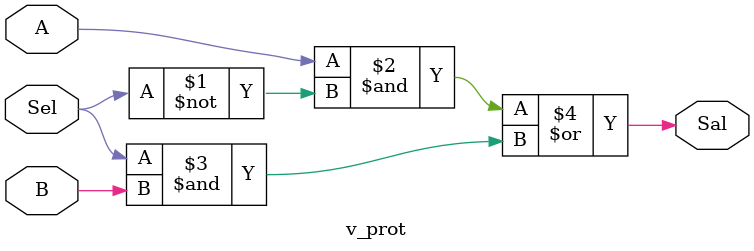
<source format=v>
`timescale 1ns / 1ps
module v_prot(
    input A,
    input B,
    input Sel,
    output Sal
    );
  
assign Sal= (A & ~Sel) | (Sel & B);

endmodule

</source>
